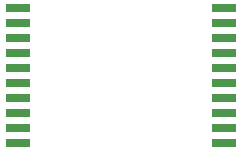
<source format=gbr>
%TF.GenerationSoftware,KiCad,Pcbnew,(6.0.1)*%
%TF.CreationDate,2022-02-13T21:33:50+08:00*%
%TF.ProjectId,PCB-1.0,5043422d-312e-4302-9e6b-696361645f70,rev?*%
%TF.SameCoordinates,Original*%
%TF.FileFunction,Paste,Top*%
%TF.FilePolarity,Positive*%
%FSLAX46Y46*%
G04 Gerber Fmt 4.6, Leading zero omitted, Abs format (unit mm)*
G04 Created by KiCad (PCBNEW (6.0.1)) date 2022-02-13 21:33:50*
%MOMM*%
%LPD*%
G01*
G04 APERTURE LIST*
%ADD10R,2.000000X0.800000*%
G04 APERTURE END LIST*
D10*
%TO.C,E28_2G4T12S_1*%
X92850000Y-85480000D03*
X92850000Y-86750000D03*
X92850000Y-88020000D03*
X92850000Y-89290000D03*
X92850000Y-90560000D03*
X92850000Y-91830000D03*
X92850000Y-93100000D03*
X92850000Y-94370000D03*
X92850000Y-95640000D03*
X92850000Y-96910000D03*
X110350000Y-96910000D03*
X110350000Y-95640000D03*
X110350000Y-94370000D03*
X110350000Y-93100000D03*
X110350000Y-91830000D03*
X110350000Y-90560000D03*
X110350000Y-89290000D03*
X110350000Y-88020000D03*
X110350000Y-86750000D03*
X110350000Y-85480000D03*
%TD*%
M02*

</source>
